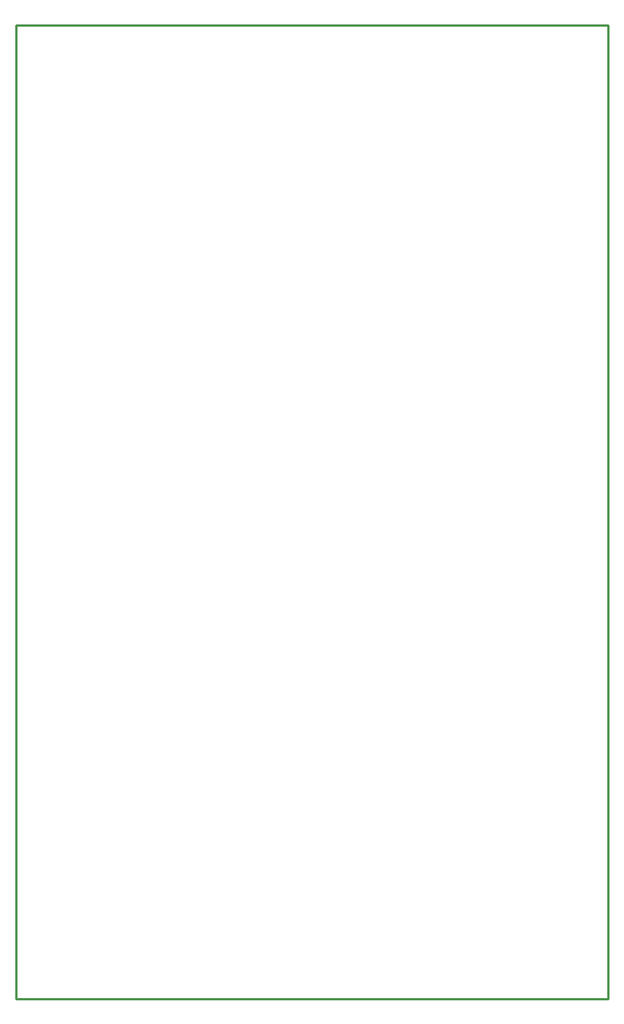
<source format=gko>
G04 Layer: BoardOutline*
G04 EasyEDA v6.2.46, 2019-12-15T16:49:01--8:00*
G04 3ed96cd0468347919694e972acbd498c,95dd31e7bbc04d03a1fa04b442bf807f,10*
G04 Gerber Generator version 0.2*
G04 Scale: 100 percent, Rotated: No, Reflected: No *
G04 Dimensions in millimeters *
G04 leading zeros omitted , absolute positions ,3 integer and 3 decimal *
%FSLAX33Y33*%
%MOMM*%
G90*
G71D02*

%ADD10C,0.254000*%
G54D10*
G01X0Y108077D02*
G01X65786Y108077D01*
G01X65786Y0D01*
G01X0Y0D01*
G01X0Y108077D01*

%LPD*%
M00*
M02*

</source>
